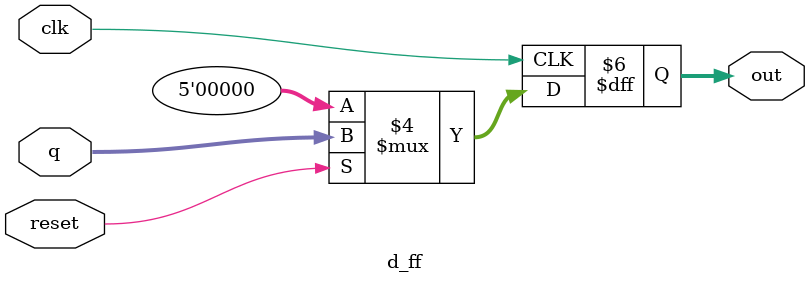
<source format=v>
module d_ff (q,clk,reset,out);

input [4:0] q;
input clk;
input reset;
output reg [4:0] out;

always@ (posedge clk)
begin
if(~reset)
    begin
        out<= 5'b00000;
    end
else
    begin
        out <= q;
    end
end

endmodule
</source>
